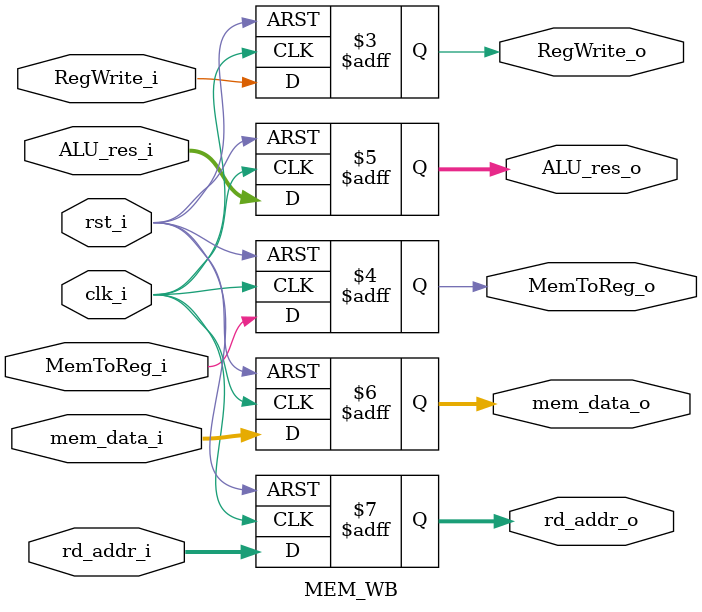
<source format=v>
module IF_ID
    (   
        rst_i,
        clk_i,
        instruction_i, 
        pc_i,
        instruction_o,
        Stall,
        pc_o,
        Flush
    );

    input rst_i;
    input clk_i;
    input [31:0] instruction_i;
    input Stall;
    input [31:0] pc_i;
    input Flush;
    output reg [31:0] instruction_o;
    output reg [31:0] pc_o;

    // Write Data   
    always@(posedge clk_i or negedge rst_i) begin
        if (~rst_i | Flush) begin
            instruction_o <= 32'b0;
            pc_o <= 32'b0;
        end
        else if (~Stall) begin
            instruction_o <= instruction_i;
            pc_o <= pc_i;
        end
    end

endmodule


module ID_EX
    (   
        rst_i,
        clk_i,
        RegWrite_i, 
        MemToReg_i,
        MemRead_i,
        MemWrite_i,
        ALUOP_i,
        ALUSrc_i,
        rs1_i,
        rs2_i,
        rd_addr_i,
        immd_i,
        func3_i,
        func7_i,
        rs1_addr_i,
        rs2_addr_i,
        RegWrite_o, 
        MemToReg_o,
        MemRead_o,
        MemWrite_o,
        ALUOP_o,
        ALUSrc_o,
        rs1_o,
        rs2_o,
        immd_o,
        func3_o,
        func7_o,
        rd_addr_o,
        rs1_addr_o,
        rs2_addr_o
    );

    input rst_i;
    input clk_i;
    input RegWrite_i;
    input MemToReg_i;
    input MemRead_i;
    input MemWrite_i;
    input [1:0] ALUOP_i;
    input ALUSrc_i;
    input [31:0] rs1_i;
    input [31:0] rs2_i;
    input [31:0] immd_i;
    input [2:0] func3_i;
    input [6:0] func7_i;
    input [4:0] rd_addr_i;
    input [4:0] rs1_addr_i;
    input [4:0] rs2_addr_i;

    output reg RegWrite_o;
    output reg MemToReg_o;
    output reg MemRead_o;
    output reg MemWrite_o;
    output reg [1:0] ALUOP_o;
    output reg ALUSrc_o;
    output reg [31:0] rs1_o;
    output reg [31:0] rs2_o;
    output reg [31:0] immd_o;
    output reg [2:0] func3_o;
    output reg [6:0] func7_o;
    output reg [4:0] rd_addr_o;
    output reg [4:0] rs1_addr_o;
    output reg [4:0] rs2_addr_o;


    // Write Data   
    always@(posedge clk_i or negedge rst_i) begin
        if (~rst_i) begin
            RegWrite_o <= 1'b0; 
            MemToReg_o <= 1'b0;
            MemRead_o <= 1'b0;
            MemWrite_o <= 1'b0;
            ALUOP_o <= 2'b0;
            ALUSrc_o <= 1'b0;
            rs1_o <= 32'b0;
            rs2_o <= 32'b0;
            immd_o <= 32'b0;
            func3_o <= 3'b0;
            func7_o <= 7'b0;
            rd_addr_o <= 5'b0;
            rs1_addr_o <= 5'b0;
            rs2_addr_o <= 5'b0;
        end
        else begin
            RegWrite_o <= RegWrite_i;
            MemToReg_o <= MemToReg_i;
            MemRead_o <= MemRead_i;
            MemWrite_o <= MemWrite_i;
            ALUOP_o <= ALUOP_i;
            ALUSrc_o <= ALUSrc_i;
            rs1_o <= rs1_i;
            rs2_o <= rs2_i;
            immd_o <= immd_i;
            func3_o <= func3_i;
            func7_o <= func7_i;
            rd_addr_o <= rd_addr_i;
            rs1_addr_o <= rs1_addr_i;
            rs2_addr_o <= rs2_addr_i;
        end
    end

endmodule


module EX_MEM
    (
        rst_i,
        clk_i,
        RegWrite_i, 
        MemToReg_i,
        MemRead_i,
        MemWrite_i,
        ALU_res_i,
        rs2_i,
        rd_addr_i,
        RegWrite_o, 
        MemToReg_o,
        MemRead_o,
        MemWrite_o,
        ALU_res_o,
        rs2_o,
        rd_addr_o
    );

    input rst_i;
    input clk_i;
    input RegWrite_i;
    input MemToReg_i;
    input MemRead_i;
    input MemWrite_i;
    input [31:0] ALU_res_i;
    input [31:0] rs2_i;
    input [4:0] rd_addr_i;
    output reg RegWrite_o;
    output reg MemToReg_o;
    output reg MemRead_o;
    output reg MemWrite_o;
    output reg [31:0] ALU_res_o;
    output reg [31:0] rs2_o;
    output reg [4:0] rd_addr_o;

    always@(posedge clk_i or negedge rst_i) begin
        if (~rst_i) begin
            RegWrite_o <= 1'b0; 
            MemToReg_o <= 1'b0;
            MemRead_o <= 1'b0;
            MemWrite_o <= 1'b0;
            ALU_res_o <= 32'b0;
            rs2_o <= 32'b0;
            rd_addr_o <= 5'b0;
        end
        else begin
            RegWrite_o <= RegWrite_i;
            MemToReg_o <= MemToReg_i;
            MemRead_o <= MemRead_i;
            MemWrite_o <= MemWrite_i;
            ALU_res_o <= ALU_res_i;
            rs2_o <= rs2_i;
            rd_addr_o <= rd_addr_i;
        end
    end

endmodule


module MEM_WB
    (
        rst_i,
        clk_i,
        RegWrite_i, 
        MemToReg_i,
        ALU_res_i,
        mem_data_i,
        rd_addr_i,
        RegWrite_o, 
        MemToReg_o,
        ALU_res_o,
        mem_data_o,
        rd_addr_o
    );

    input rst_i;
    input clk_i;
    input RegWrite_i;
    input MemToReg_i;
    input [31:0] ALU_res_i;
    input [31:0] mem_data_i;
    input [4:0] rd_addr_i;

    output reg RegWrite_o;
    output reg MemToReg_o;
    output reg [31:0] ALU_res_o;
    output reg [31:0] mem_data_o;
    output reg [4:0] rd_addr_o;

    always@(posedge clk_i or negedge rst_i) begin
        if (~rst_i) begin
            RegWrite_o <= 1'b0; 
            MemToReg_o <= 1'b0;
            ALU_res_o <= 32'b0;
            mem_data_o <= 32'b0;
            rd_addr_o <= 5'b0;
        end
        else begin
            RegWrite_o <= RegWrite_i;
            MemToReg_o <= MemToReg_i;
            ALU_res_o <= ALU_res_i;
            mem_data_o <= mem_data_i;
            rd_addr_o <= rd_addr_i;
        end
    end

endmodule
</source>
